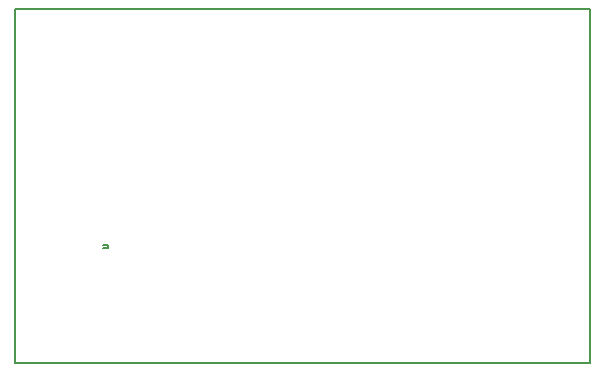
<source format=gbr>
%FSLAX23Y23*%
%MOIN*%
G04 EasyPC Gerber Version 17.0 Build 3379 *
%ADD10C,0.00500*%
%ADD12C,0.00600*%
X0Y0D02*
D02*
D10*
X208Y3D02*
X2123D01*
Y1183*
X208*
Y3*
D02*
D12*
X502Y396D02*
X516D01*
Y386*
X502*
X0Y0D02*
M02*

</source>
